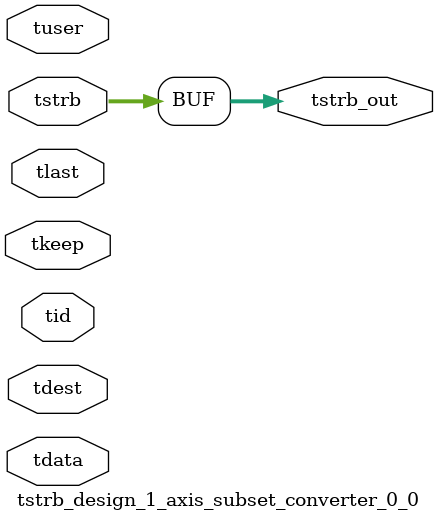
<source format=v>


`timescale 1ps/1ps

module tstrb_design_1_axis_subset_converter_0_0 #
(
parameter C_S_AXIS_TDATA_WIDTH = 32,
parameter C_S_AXIS_TUSER_WIDTH = 0,
parameter C_S_AXIS_TID_WIDTH   = 0,
parameter C_S_AXIS_TDEST_WIDTH = 0,
parameter C_M_AXIS_TDATA_WIDTH = 32
)
(
input  [(C_S_AXIS_TDATA_WIDTH == 0 ? 1 : C_S_AXIS_TDATA_WIDTH)-1:0     ] tdata,
input  [(C_S_AXIS_TUSER_WIDTH == 0 ? 1 : C_S_AXIS_TUSER_WIDTH)-1:0     ] tuser,
input  [(C_S_AXIS_TID_WIDTH   == 0 ? 1 : C_S_AXIS_TID_WIDTH)-1:0       ] tid,
input  [(C_S_AXIS_TDEST_WIDTH == 0 ? 1 : C_S_AXIS_TDEST_WIDTH)-1:0     ] tdest,
input  [(C_S_AXIS_TDATA_WIDTH/8)-1:0 ] tkeep,
input  [(C_S_AXIS_TDATA_WIDTH/8)-1:0 ] tstrb,
input                                                                    tlast,
output [(C_M_AXIS_TDATA_WIDTH/8)-1:0 ] tstrb_out
);

assign tstrb_out = {tstrb[3:0]};

endmodule


</source>
